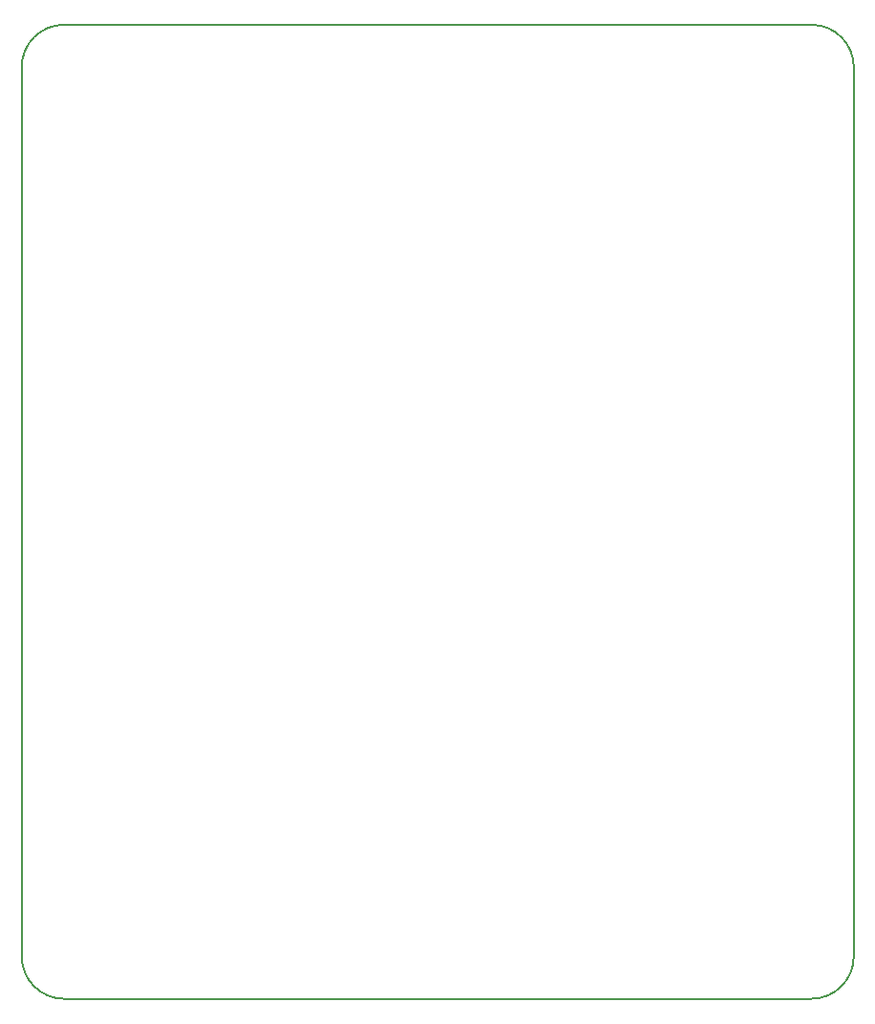
<source format=gm1>
G04 #@! TF.GenerationSoftware,KiCad,Pcbnew,5.0.1-33cea8e~68~ubuntu16.04.1*
G04 #@! TF.CreationDate,2019-04-09T16:49:47-04:00*
G04 #@! TF.ProjectId,electrosprawl,656C656374726F73707261776C2E6B69,rev?*
G04 #@! TF.SameCoordinates,Original*
G04 #@! TF.FileFunction,Profile,NP*
%FSLAX46Y46*%
G04 Gerber Fmt 4.6, Leading zero omitted, Abs format (unit mm)*
G04 Created by KiCad (PCBNEW 5.0.1-33cea8e~68~ubuntu16.04.1) date Tue 09 Apr 2019 16:49:47 EDT*
%MOMM*%
%LPD*%
G01*
G04 APERTURE LIST*
%ADD10C,0.150000*%
G04 APERTURE END LIST*
D10*
X104229434Y-109269778D02*
G75*
G02X100479434Y-105519778I0J3750000D01*
G01*
X100479434Y-26769778D02*
G75*
G02X104229434Y-23019778I3750000J0D01*
G01*
X170479434Y-23019778D02*
G75*
G02X174229434Y-26769778I0J-3750000D01*
G01*
X174229434Y-105519778D02*
G75*
G02X170479434Y-109269778I-3750000J0D01*
G01*
X104229434Y-109269778D02*
X170479434Y-109269778D01*
X100479434Y-26769778D02*
X100479434Y-105519778D01*
X170479434Y-23019778D02*
X104229434Y-23019778D01*
X174229434Y-26769778D02*
X174229434Y-105519778D01*
M02*

</source>
